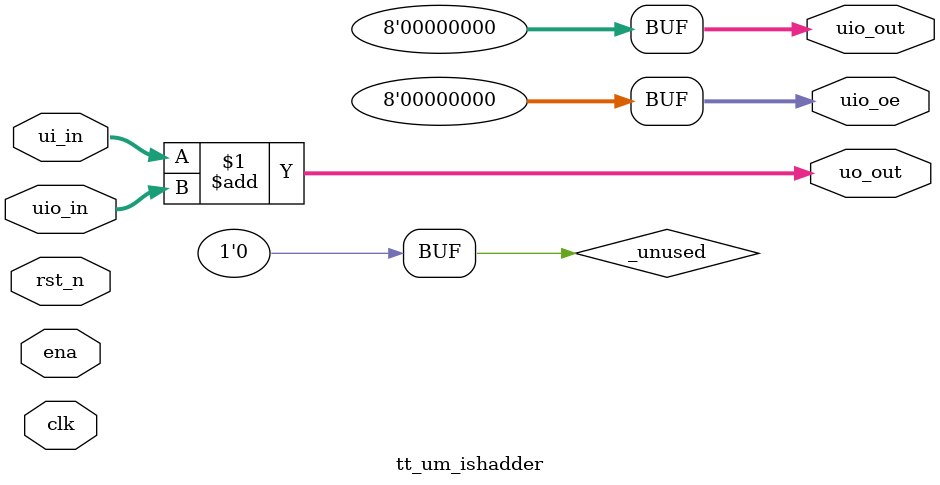
<source format=v>
/*
 * Copyright (c) 2024 Your Name
 * SPDX-License-Identifier: Apache-2.0
 */

`default_nettype none

module tt_um_ishadder (
    input  wire [7:0] ui_in,    // Dedicated inputs
    output wire [7:0] uo_out,   // Dedicated outputs
    input  wire [7:0] uio_in,   // IOs: Input path
    output wire [7:0] uio_out,  // IOs: Output path
    output wire [7:0] uio_oe,   // IOs: Enable path (active high: 0=input, 1=output)
    input  wire       ena,      // always 1 when the design is powered, so you can ignore it
    input  wire       clk,      // clock
    input  wire       rst_n     // reset_n - low to reset
);

  // All output pins must be assigned. If not used, assign to 0.
  assign uo_out  = ui_in + uio_in;  // Example: ou_out is the sum of ui_in and uio_in
  assign uio_out = 0;
  assign uio_oe  = 0;

  // List all unused inputs to prevent warnings
  wire _unused = &{ena, clk, rst_n, 1'b0};

endmodule

</source>
